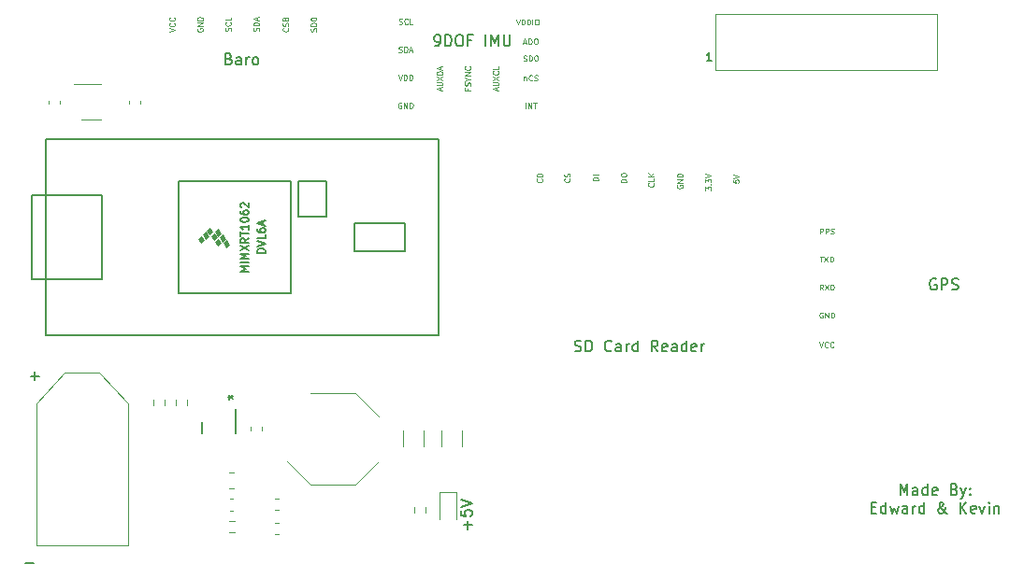
<source format=gbr>
%TF.GenerationSoftware,KiCad,Pcbnew,5.1.10-88a1d61d58~88~ubuntu18.04.1*%
%TF.CreationDate,2021-05-26T16:46:43+10:00*%
%TF.ProjectId,prototype_rocket_fc,70726f74-6f74-4797-9065-5f726f636b65,rev?*%
%TF.SameCoordinates,Original*%
%TF.FileFunction,Legend,Top*%
%TF.FilePolarity,Positive*%
%FSLAX46Y46*%
G04 Gerber Fmt 4.6, Leading zero omitted, Abs format (unit mm)*
G04 Created by KiCad (PCBNEW 5.1.10-88a1d61d58~88~ubuntu18.04.1) date 2021-05-26 16:46:43*
%MOMM*%
%LPD*%
G01*
G04 APERTURE LIST*
%ADD10C,0.150000*%
%ADD11C,0.100000*%
%ADD12C,0.120000*%
%ADD13C,0.152400*%
G04 APERTURE END LIST*
D10*
X98764285Y-44489285D02*
X98335714Y-44489285D01*
X98550000Y-44489285D02*
X98550000Y-43739285D01*
X98478571Y-43846428D01*
X98407142Y-43917857D01*
X98335714Y-43953571D01*
X115833333Y-83877380D02*
X115833333Y-82877380D01*
X116166666Y-83591666D01*
X116500000Y-82877380D01*
X116500000Y-83877380D01*
X117404761Y-83877380D02*
X117404761Y-83353571D01*
X117357142Y-83258333D01*
X117261904Y-83210714D01*
X117071428Y-83210714D01*
X116976190Y-83258333D01*
X117404761Y-83829761D02*
X117309523Y-83877380D01*
X117071428Y-83877380D01*
X116976190Y-83829761D01*
X116928571Y-83734523D01*
X116928571Y-83639285D01*
X116976190Y-83544047D01*
X117071428Y-83496428D01*
X117309523Y-83496428D01*
X117404761Y-83448809D01*
X118309523Y-83877380D02*
X118309523Y-82877380D01*
X118309523Y-83829761D02*
X118214285Y-83877380D01*
X118023809Y-83877380D01*
X117928571Y-83829761D01*
X117880952Y-83782142D01*
X117833333Y-83686904D01*
X117833333Y-83401190D01*
X117880952Y-83305952D01*
X117928571Y-83258333D01*
X118023809Y-83210714D01*
X118214285Y-83210714D01*
X118309523Y-83258333D01*
X119166666Y-83829761D02*
X119071428Y-83877380D01*
X118880952Y-83877380D01*
X118785714Y-83829761D01*
X118738095Y-83734523D01*
X118738095Y-83353571D01*
X118785714Y-83258333D01*
X118880952Y-83210714D01*
X119071428Y-83210714D01*
X119166666Y-83258333D01*
X119214285Y-83353571D01*
X119214285Y-83448809D01*
X118738095Y-83544047D01*
X120738095Y-83353571D02*
X120880952Y-83401190D01*
X120928571Y-83448809D01*
X120976190Y-83544047D01*
X120976190Y-83686904D01*
X120928571Y-83782142D01*
X120880952Y-83829761D01*
X120785714Y-83877380D01*
X120404761Y-83877380D01*
X120404761Y-82877380D01*
X120738095Y-82877380D01*
X120833333Y-82925000D01*
X120880952Y-82972619D01*
X120928571Y-83067857D01*
X120928571Y-83163095D01*
X120880952Y-83258333D01*
X120833333Y-83305952D01*
X120738095Y-83353571D01*
X120404761Y-83353571D01*
X121309523Y-83210714D02*
X121547619Y-83877380D01*
X121785714Y-83210714D02*
X121547619Y-83877380D01*
X121452380Y-84115476D01*
X121404761Y-84163095D01*
X121309523Y-84210714D01*
X122166666Y-83782142D02*
X122214285Y-83829761D01*
X122166666Y-83877380D01*
X122119047Y-83829761D01*
X122166666Y-83782142D01*
X122166666Y-83877380D01*
X122166666Y-83258333D02*
X122214285Y-83305952D01*
X122166666Y-83353571D01*
X122119047Y-83305952D01*
X122166666Y-83258333D01*
X122166666Y-83353571D01*
X113214285Y-85003571D02*
X113547619Y-85003571D01*
X113690476Y-85527380D02*
X113214285Y-85527380D01*
X113214285Y-84527380D01*
X113690476Y-84527380D01*
X114547619Y-85527380D02*
X114547619Y-84527380D01*
X114547619Y-85479761D02*
X114452380Y-85527380D01*
X114261904Y-85527380D01*
X114166666Y-85479761D01*
X114119047Y-85432142D01*
X114071428Y-85336904D01*
X114071428Y-85051190D01*
X114119047Y-84955952D01*
X114166666Y-84908333D01*
X114261904Y-84860714D01*
X114452380Y-84860714D01*
X114547619Y-84908333D01*
X114928571Y-84860714D02*
X115119047Y-85527380D01*
X115309523Y-85051190D01*
X115500000Y-85527380D01*
X115690476Y-84860714D01*
X116500000Y-85527380D02*
X116500000Y-85003571D01*
X116452380Y-84908333D01*
X116357142Y-84860714D01*
X116166666Y-84860714D01*
X116071428Y-84908333D01*
X116500000Y-85479761D02*
X116404761Y-85527380D01*
X116166666Y-85527380D01*
X116071428Y-85479761D01*
X116023809Y-85384523D01*
X116023809Y-85289285D01*
X116071428Y-85194047D01*
X116166666Y-85146428D01*
X116404761Y-85146428D01*
X116500000Y-85098809D01*
X116976190Y-85527380D02*
X116976190Y-84860714D01*
X116976190Y-85051190D02*
X117023809Y-84955952D01*
X117071428Y-84908333D01*
X117166666Y-84860714D01*
X117261904Y-84860714D01*
X118023809Y-85527380D02*
X118023809Y-84527380D01*
X118023809Y-85479761D02*
X117928571Y-85527380D01*
X117738095Y-85527380D01*
X117642857Y-85479761D01*
X117595238Y-85432142D01*
X117547619Y-85336904D01*
X117547619Y-85051190D01*
X117595238Y-84955952D01*
X117642857Y-84908333D01*
X117738095Y-84860714D01*
X117928571Y-84860714D01*
X118023809Y-84908333D01*
X120071428Y-85527380D02*
X120023809Y-85527380D01*
X119928571Y-85479761D01*
X119785714Y-85336904D01*
X119547619Y-85051190D01*
X119452380Y-84908333D01*
X119404761Y-84765476D01*
X119404761Y-84670238D01*
X119452380Y-84575000D01*
X119547619Y-84527380D01*
X119595238Y-84527380D01*
X119690476Y-84575000D01*
X119738095Y-84670238D01*
X119738095Y-84717857D01*
X119690476Y-84813095D01*
X119642857Y-84860714D01*
X119357142Y-85051190D01*
X119309523Y-85098809D01*
X119261904Y-85194047D01*
X119261904Y-85336904D01*
X119309523Y-85432142D01*
X119357142Y-85479761D01*
X119452380Y-85527380D01*
X119595238Y-85527380D01*
X119690476Y-85479761D01*
X119738095Y-85432142D01*
X119880952Y-85241666D01*
X119928571Y-85098809D01*
X119928571Y-85003571D01*
X121261904Y-85527380D02*
X121261904Y-84527380D01*
X121833333Y-85527380D02*
X121404761Y-84955952D01*
X121833333Y-84527380D02*
X121261904Y-85098809D01*
X122642857Y-85479761D02*
X122547619Y-85527380D01*
X122357142Y-85527380D01*
X122261904Y-85479761D01*
X122214285Y-85384523D01*
X122214285Y-85003571D01*
X122261904Y-84908333D01*
X122357142Y-84860714D01*
X122547619Y-84860714D01*
X122642857Y-84908333D01*
X122690476Y-85003571D01*
X122690476Y-85098809D01*
X122214285Y-85194047D01*
X123023809Y-84860714D02*
X123261904Y-85527380D01*
X123500000Y-84860714D01*
X123880952Y-85527380D02*
X123880952Y-84860714D01*
X123880952Y-84527380D02*
X123833333Y-84575000D01*
X123880952Y-84622619D01*
X123928571Y-84575000D01*
X123880952Y-84527380D01*
X123880952Y-84622619D01*
X124357142Y-84860714D02*
X124357142Y-85527380D01*
X124357142Y-84955952D02*
X124404761Y-84908333D01*
X124500000Y-84860714D01*
X124642857Y-84860714D01*
X124738095Y-84908333D01*
X124785714Y-85003571D01*
X124785714Y-85527380D01*
X55057142Y-44328571D02*
X55200000Y-44376190D01*
X55247619Y-44423809D01*
X55295238Y-44519047D01*
X55295238Y-44661904D01*
X55247619Y-44757142D01*
X55200000Y-44804761D01*
X55104761Y-44852380D01*
X54723809Y-44852380D01*
X54723809Y-43852380D01*
X55057142Y-43852380D01*
X55152380Y-43900000D01*
X55200000Y-43947619D01*
X55247619Y-44042857D01*
X55247619Y-44138095D01*
X55200000Y-44233333D01*
X55152380Y-44280952D01*
X55057142Y-44328571D01*
X54723809Y-44328571D01*
X56152380Y-44852380D02*
X56152380Y-44328571D01*
X56104761Y-44233333D01*
X56009523Y-44185714D01*
X55819047Y-44185714D01*
X55723809Y-44233333D01*
X56152380Y-44804761D02*
X56057142Y-44852380D01*
X55819047Y-44852380D01*
X55723809Y-44804761D01*
X55676190Y-44709523D01*
X55676190Y-44614285D01*
X55723809Y-44519047D01*
X55819047Y-44471428D01*
X56057142Y-44471428D01*
X56152380Y-44423809D01*
X56628571Y-44852380D02*
X56628571Y-44185714D01*
X56628571Y-44376190D02*
X56676190Y-44280952D01*
X56723809Y-44233333D01*
X56819047Y-44185714D01*
X56914285Y-44185714D01*
X57390476Y-44852380D02*
X57295238Y-44804761D01*
X57247619Y-44757142D01*
X57200000Y-44661904D01*
X57200000Y-44376190D01*
X57247619Y-44280952D01*
X57295238Y-44233333D01*
X57390476Y-44185714D01*
X57533333Y-44185714D01*
X57628571Y-44233333D01*
X57676190Y-44280952D01*
X57723809Y-44376190D01*
X57723809Y-44661904D01*
X57676190Y-44757142D01*
X57628571Y-44804761D01*
X57533333Y-44852380D01*
X57390476Y-44852380D01*
X73742857Y-43152380D02*
X73933333Y-43152380D01*
X74028571Y-43104761D01*
X74076190Y-43057142D01*
X74171428Y-42914285D01*
X74219047Y-42723809D01*
X74219047Y-42342857D01*
X74171428Y-42247619D01*
X74123809Y-42200000D01*
X74028571Y-42152380D01*
X73838095Y-42152380D01*
X73742857Y-42200000D01*
X73695238Y-42247619D01*
X73647619Y-42342857D01*
X73647619Y-42580952D01*
X73695238Y-42676190D01*
X73742857Y-42723809D01*
X73838095Y-42771428D01*
X74028571Y-42771428D01*
X74123809Y-42723809D01*
X74171428Y-42676190D01*
X74219047Y-42580952D01*
X74647619Y-43152380D02*
X74647619Y-42152380D01*
X74885714Y-42152380D01*
X75028571Y-42200000D01*
X75123809Y-42295238D01*
X75171428Y-42390476D01*
X75219047Y-42580952D01*
X75219047Y-42723809D01*
X75171428Y-42914285D01*
X75123809Y-43009523D01*
X75028571Y-43104761D01*
X74885714Y-43152380D01*
X74647619Y-43152380D01*
X75838095Y-42152380D02*
X76028571Y-42152380D01*
X76123809Y-42200000D01*
X76219047Y-42295238D01*
X76266666Y-42485714D01*
X76266666Y-42819047D01*
X76219047Y-43009523D01*
X76123809Y-43104761D01*
X76028571Y-43152380D01*
X75838095Y-43152380D01*
X75742857Y-43104761D01*
X75647619Y-43009523D01*
X75600000Y-42819047D01*
X75600000Y-42485714D01*
X75647619Y-42295238D01*
X75742857Y-42200000D01*
X75838095Y-42152380D01*
X77028571Y-42628571D02*
X76695238Y-42628571D01*
X76695238Y-43152380D02*
X76695238Y-42152380D01*
X77171428Y-42152380D01*
X78314285Y-43152380D02*
X78314285Y-42152380D01*
X78790476Y-43152380D02*
X78790476Y-42152380D01*
X79123809Y-42866666D01*
X79457142Y-42152380D01*
X79457142Y-43152380D01*
X79933333Y-42152380D02*
X79933333Y-42961904D01*
X79980952Y-43057142D01*
X80028571Y-43104761D01*
X80123809Y-43152380D01*
X80314285Y-43152380D01*
X80409523Y-43104761D01*
X80457142Y-43057142D01*
X80504761Y-42961904D01*
X80504761Y-42152380D01*
X119085714Y-64300000D02*
X118990476Y-64252380D01*
X118847619Y-64252380D01*
X118704761Y-64300000D01*
X118609523Y-64395238D01*
X118561904Y-64490476D01*
X118514285Y-64680952D01*
X118514285Y-64823809D01*
X118561904Y-65014285D01*
X118609523Y-65109523D01*
X118704761Y-65204761D01*
X118847619Y-65252380D01*
X118942857Y-65252380D01*
X119085714Y-65204761D01*
X119133333Y-65157142D01*
X119133333Y-64823809D01*
X118942857Y-64823809D01*
X119561904Y-65252380D02*
X119561904Y-64252380D01*
X119942857Y-64252380D01*
X120038095Y-64300000D01*
X120085714Y-64347619D01*
X120133333Y-64442857D01*
X120133333Y-64585714D01*
X120085714Y-64680952D01*
X120038095Y-64728571D01*
X119942857Y-64776190D01*
X119561904Y-64776190D01*
X120514285Y-65204761D02*
X120657142Y-65252380D01*
X120895238Y-65252380D01*
X120990476Y-65204761D01*
X121038095Y-65157142D01*
X121085714Y-65061904D01*
X121085714Y-64966666D01*
X121038095Y-64871428D01*
X120990476Y-64823809D01*
X120895238Y-64776190D01*
X120704761Y-64728571D01*
X120609523Y-64680952D01*
X120561904Y-64633333D01*
X120514285Y-64538095D01*
X120514285Y-64442857D01*
X120561904Y-64347619D01*
X120609523Y-64300000D01*
X120704761Y-64252380D01*
X120942857Y-64252380D01*
X121085714Y-64300000D01*
X86366666Y-70804761D02*
X86509523Y-70852380D01*
X86747619Y-70852380D01*
X86842857Y-70804761D01*
X86890476Y-70757142D01*
X86938095Y-70661904D01*
X86938095Y-70566666D01*
X86890476Y-70471428D01*
X86842857Y-70423809D01*
X86747619Y-70376190D01*
X86557142Y-70328571D01*
X86461904Y-70280952D01*
X86414285Y-70233333D01*
X86366666Y-70138095D01*
X86366666Y-70042857D01*
X86414285Y-69947619D01*
X86461904Y-69900000D01*
X86557142Y-69852380D01*
X86795238Y-69852380D01*
X86938095Y-69900000D01*
X87366666Y-70852380D02*
X87366666Y-69852380D01*
X87604761Y-69852380D01*
X87747619Y-69900000D01*
X87842857Y-69995238D01*
X87890476Y-70090476D01*
X87938095Y-70280952D01*
X87938095Y-70423809D01*
X87890476Y-70614285D01*
X87842857Y-70709523D01*
X87747619Y-70804761D01*
X87604761Y-70852380D01*
X87366666Y-70852380D01*
X89700000Y-70757142D02*
X89652380Y-70804761D01*
X89509523Y-70852380D01*
X89414285Y-70852380D01*
X89271428Y-70804761D01*
X89176190Y-70709523D01*
X89128571Y-70614285D01*
X89080952Y-70423809D01*
X89080952Y-70280952D01*
X89128571Y-70090476D01*
X89176190Y-69995238D01*
X89271428Y-69900000D01*
X89414285Y-69852380D01*
X89509523Y-69852380D01*
X89652380Y-69900000D01*
X89700000Y-69947619D01*
X90557142Y-70852380D02*
X90557142Y-70328571D01*
X90509523Y-70233333D01*
X90414285Y-70185714D01*
X90223809Y-70185714D01*
X90128571Y-70233333D01*
X90557142Y-70804761D02*
X90461904Y-70852380D01*
X90223809Y-70852380D01*
X90128571Y-70804761D01*
X90080952Y-70709523D01*
X90080952Y-70614285D01*
X90128571Y-70519047D01*
X90223809Y-70471428D01*
X90461904Y-70471428D01*
X90557142Y-70423809D01*
X91033333Y-70852380D02*
X91033333Y-70185714D01*
X91033333Y-70376190D02*
X91080952Y-70280952D01*
X91128571Y-70233333D01*
X91223809Y-70185714D01*
X91319047Y-70185714D01*
X92080952Y-70852380D02*
X92080952Y-69852380D01*
X92080952Y-70804761D02*
X91985714Y-70852380D01*
X91795238Y-70852380D01*
X91700000Y-70804761D01*
X91652380Y-70757142D01*
X91604761Y-70661904D01*
X91604761Y-70376190D01*
X91652380Y-70280952D01*
X91700000Y-70233333D01*
X91795238Y-70185714D01*
X91985714Y-70185714D01*
X92080952Y-70233333D01*
X93890476Y-70852380D02*
X93557142Y-70376190D01*
X93319047Y-70852380D02*
X93319047Y-69852380D01*
X93700000Y-69852380D01*
X93795238Y-69900000D01*
X93842857Y-69947619D01*
X93890476Y-70042857D01*
X93890476Y-70185714D01*
X93842857Y-70280952D01*
X93795238Y-70328571D01*
X93700000Y-70376190D01*
X93319047Y-70376190D01*
X94700000Y-70804761D02*
X94604761Y-70852380D01*
X94414285Y-70852380D01*
X94319047Y-70804761D01*
X94271428Y-70709523D01*
X94271428Y-70328571D01*
X94319047Y-70233333D01*
X94414285Y-70185714D01*
X94604761Y-70185714D01*
X94700000Y-70233333D01*
X94747619Y-70328571D01*
X94747619Y-70423809D01*
X94271428Y-70519047D01*
X95604761Y-70852380D02*
X95604761Y-70328571D01*
X95557142Y-70233333D01*
X95461904Y-70185714D01*
X95271428Y-70185714D01*
X95176190Y-70233333D01*
X95604761Y-70804761D02*
X95509523Y-70852380D01*
X95271428Y-70852380D01*
X95176190Y-70804761D01*
X95128571Y-70709523D01*
X95128571Y-70614285D01*
X95176190Y-70519047D01*
X95271428Y-70471428D01*
X95509523Y-70471428D01*
X95604761Y-70423809D01*
X96509523Y-70852380D02*
X96509523Y-69852380D01*
X96509523Y-70804761D02*
X96414285Y-70852380D01*
X96223809Y-70852380D01*
X96128571Y-70804761D01*
X96080952Y-70757142D01*
X96033333Y-70661904D01*
X96033333Y-70376190D01*
X96080952Y-70280952D01*
X96128571Y-70233333D01*
X96223809Y-70185714D01*
X96414285Y-70185714D01*
X96509523Y-70233333D01*
X97366666Y-70804761D02*
X97271428Y-70852380D01*
X97080952Y-70852380D01*
X96985714Y-70804761D01*
X96938095Y-70709523D01*
X96938095Y-70328571D01*
X96985714Y-70233333D01*
X97080952Y-70185714D01*
X97271428Y-70185714D01*
X97366666Y-70233333D01*
X97414285Y-70328571D01*
X97414285Y-70423809D01*
X96938095Y-70519047D01*
X97842857Y-70852380D02*
X97842857Y-70185714D01*
X97842857Y-70376190D02*
X97890476Y-70280952D01*
X97938095Y-70233333D01*
X98033333Y-70185714D01*
X98128571Y-70185714D01*
X76671428Y-86985714D02*
X76671428Y-86223809D01*
X77052380Y-86604761D02*
X76290476Y-86604761D01*
X76052380Y-85271428D02*
X76052380Y-85747619D01*
X76528571Y-85795238D01*
X76480952Y-85747619D01*
X76433333Y-85652380D01*
X76433333Y-85414285D01*
X76480952Y-85319047D01*
X76528571Y-85271428D01*
X76623809Y-85223809D01*
X76861904Y-85223809D01*
X76957142Y-85271428D01*
X77004761Y-85319047D01*
X77052380Y-85414285D01*
X77052380Y-85652380D01*
X77004761Y-85747619D01*
X76957142Y-85795238D01*
X76052380Y-84938095D02*
X77052380Y-84604761D01*
X76052380Y-84271428D01*
X36619047Y-90071428D02*
X37380952Y-90071428D01*
X37119047Y-73071428D02*
X37880952Y-73071428D01*
X37500000Y-73452380D02*
X37500000Y-72690476D01*
D11*
%TO.C,U2*%
G36*
X52313000Y-60627000D02*
G01*
X52567000Y-60373000D01*
X52821000Y-60754000D01*
X52567000Y-61008000D01*
X52313000Y-60627000D01*
G37*
X52313000Y-60627000D02*
X52567000Y-60373000D01*
X52821000Y-60754000D01*
X52567000Y-61008000D01*
X52313000Y-60627000D01*
G36*
X52694000Y-60246000D02*
G01*
X52948000Y-59992000D01*
X53202000Y-60373000D01*
X52948000Y-60627000D01*
X52694000Y-60246000D01*
G37*
X52694000Y-60246000D02*
X52948000Y-59992000D01*
X53202000Y-60373000D01*
X52948000Y-60627000D01*
X52694000Y-60246000D01*
G36*
X54599000Y-61008000D02*
G01*
X54853000Y-60754000D01*
X55107000Y-61135000D01*
X54853000Y-61389000D01*
X54599000Y-61008000D01*
G37*
X54599000Y-61008000D02*
X54853000Y-60754000D01*
X55107000Y-61135000D01*
X54853000Y-61389000D01*
X54599000Y-61008000D01*
G36*
X54218000Y-60500000D02*
G01*
X54472000Y-60246000D01*
X54726000Y-60627000D01*
X54472000Y-60881000D01*
X54218000Y-60500000D01*
G37*
X54218000Y-60500000D02*
X54472000Y-60246000D01*
X54726000Y-60627000D01*
X54472000Y-60881000D01*
X54218000Y-60500000D01*
G36*
X53837000Y-59992000D02*
G01*
X54091000Y-59738000D01*
X54345000Y-60119000D01*
X54091000Y-60373000D01*
X53837000Y-59992000D01*
G37*
X53837000Y-59992000D02*
X54091000Y-59738000D01*
X54345000Y-60119000D01*
X54091000Y-60373000D01*
X53837000Y-59992000D01*
G36*
X53837000Y-60881000D02*
G01*
X54091000Y-60627000D01*
X54345000Y-61008000D01*
X54091000Y-61262000D01*
X53837000Y-60881000D01*
G37*
X53837000Y-60881000D02*
X54091000Y-60627000D01*
X54345000Y-61008000D01*
X54091000Y-61262000D01*
X53837000Y-60881000D01*
G36*
X53456000Y-60373000D02*
G01*
X53710000Y-60119000D01*
X53964000Y-60500000D01*
X53710000Y-60754000D01*
X53456000Y-60373000D01*
G37*
X53456000Y-60373000D02*
X53710000Y-60119000D01*
X53964000Y-60500000D01*
X53710000Y-60754000D01*
X53456000Y-60373000D01*
G36*
X53075000Y-59865000D02*
G01*
X53329000Y-59611000D01*
X53583000Y-59992000D01*
X53329000Y-60246000D01*
X53075000Y-59865000D01*
G37*
X53075000Y-59865000D02*
X53329000Y-59611000D01*
X53583000Y-59992000D01*
X53329000Y-60246000D01*
X53075000Y-59865000D01*
D10*
X61330000Y-58595000D02*
X61330000Y-55420000D01*
X63870000Y-58595000D02*
X61330000Y-58595000D01*
X63870000Y-55420000D02*
X63870000Y-58595000D01*
X61330000Y-55420000D02*
X63870000Y-55420000D01*
X38470000Y-69390000D02*
X38470000Y-51610000D01*
X74030000Y-69390000D02*
X38470000Y-69390000D01*
X74030000Y-51610000D02*
X74030000Y-69390000D01*
X38470000Y-51610000D02*
X74030000Y-51610000D01*
X60695000Y-65580000D02*
X50535000Y-65580000D01*
X60695000Y-55420000D02*
X50535000Y-55420000D01*
X50535000Y-55420000D02*
X50535000Y-65580000D01*
X60695000Y-65580000D02*
X60695000Y-55420000D01*
X66410000Y-59230000D02*
X70982000Y-59230000D01*
X66410000Y-61770000D02*
X66410000Y-59230000D01*
X70982000Y-61770000D02*
X66410000Y-61770000D01*
X70982000Y-59230000D02*
X70982000Y-61770000D01*
X43550000Y-64310000D02*
X38470000Y-64310000D01*
X43550000Y-56690000D02*
X38470000Y-56690000D01*
X43550000Y-64310000D02*
X43550000Y-56690000D01*
X37200000Y-56690000D02*
X38470000Y-56690000D01*
X37200000Y-64310000D02*
X37200000Y-56690000D01*
X38470000Y-64310000D02*
X37200000Y-64310000D01*
D12*
%TO.C,U9*%
X99070000Y-40240000D02*
X119170000Y-40240000D01*
X99070000Y-40240000D02*
X99070000Y-45340000D01*
X99070000Y-45340000D02*
X119170000Y-45340000D01*
X119170000Y-45340000D02*
X119170000Y-40240000D01*
%TO.C,R5*%
X72872500Y-85000276D02*
X72872500Y-85509724D01*
X71827500Y-85000276D02*
X71827500Y-85509724D01*
%TO.C,D1*%
X75635000Y-86100000D02*
X75635000Y-83640000D01*
X75635000Y-83640000D02*
X74165000Y-83640000D01*
X74165000Y-83640000D02*
X74165000Y-86100000D01*
%TO.C,C1*%
X59253733Y-86390000D02*
X59546267Y-86390000D01*
X59253733Y-87410000D02*
X59546267Y-87410000D01*
%TO.C,C2*%
X59253733Y-85210000D02*
X59546267Y-85210000D01*
X59253733Y-84190000D02*
X59546267Y-84190000D01*
%TO.C,C3*%
X55446267Y-84240000D02*
X55153733Y-84240000D01*
X55446267Y-85260000D02*
X55153733Y-85260000D01*
%TO.C,C4*%
X56990000Y-78008767D02*
X56990000Y-77716233D01*
X58010000Y-78008767D02*
X58010000Y-77716233D01*
%TO.C,C5*%
X76160000Y-79461252D02*
X76160000Y-78038748D01*
X74340000Y-79461252D02*
X74340000Y-78038748D01*
%TO.C,C6*%
X70840000Y-79461252D02*
X70840000Y-78038748D01*
X72660000Y-79461252D02*
X72660000Y-78038748D01*
%TO.C,C7*%
X38740000Y-48103733D02*
X38740000Y-48396267D01*
X39760000Y-48103733D02*
X39760000Y-48396267D01*
%TO.C,C8*%
X47010000Y-48103733D02*
X47010000Y-48396267D01*
X45990000Y-48103733D02*
X45990000Y-48396267D01*
%TO.C,L1*%
X62450000Y-74650000D02*
X66550000Y-74650000D01*
X62450000Y-82950000D02*
X60350000Y-80850000D01*
X66550000Y-82950000D02*
X62450000Y-82950000D01*
X66550000Y-82950000D02*
X68650000Y-80850000D01*
X66550000Y-74650000D02*
X68650000Y-76750000D01*
%TO.C,R1*%
X55527064Y-81815000D02*
X55072936Y-81815000D01*
X55527064Y-83285000D02*
X55072936Y-83285000D01*
%TO.C,R2*%
X55554724Y-86227500D02*
X55045276Y-86227500D01*
X55554724Y-87272500D02*
X55045276Y-87272500D01*
%TO.C,R3*%
X48227500Y-75245276D02*
X48227500Y-75754724D01*
X49272500Y-75245276D02*
X49272500Y-75754724D01*
%TO.C,R4*%
X50227500Y-75754724D02*
X50227500Y-75245276D01*
X51272500Y-75754724D02*
X51272500Y-75245276D01*
D13*
%TO.C,U6*%
X52600001Y-77275000D02*
X52600001Y-78249999D01*
X55699999Y-76075000D02*
X55699999Y-78249999D01*
D12*
%TO.C,U7*%
X43500000Y-46640000D02*
X41050000Y-46640000D01*
X41700000Y-49860000D02*
X43500000Y-49860000D01*
%TO.C,J1*%
X45900000Y-88450000D02*
X45900000Y-75600000D01*
X43350000Y-72750000D02*
X40200000Y-72750000D01*
X37600000Y-75600000D02*
X37600000Y-88450000D01*
X37600000Y-88450000D02*
X45900000Y-88450000D01*
X45900000Y-75600000D02*
X43350000Y-72750000D01*
X40200000Y-72750000D02*
X37600000Y-75600000D01*
%TO.C,U2*%
D10*
X56820666Y-63583333D02*
X56120666Y-63583333D01*
X56620666Y-63350000D01*
X56120666Y-63116666D01*
X56820666Y-63116666D01*
X56820666Y-62783333D02*
X56120666Y-62783333D01*
X56820666Y-62450000D02*
X56120666Y-62450000D01*
X56620666Y-62216666D01*
X56120666Y-61983333D01*
X56820666Y-61983333D01*
X56120666Y-61716666D02*
X56820666Y-61250000D01*
X56120666Y-61250000D02*
X56820666Y-61716666D01*
X56820666Y-60583333D02*
X56487333Y-60816666D01*
X56820666Y-60983333D02*
X56120666Y-60983333D01*
X56120666Y-60716666D01*
X56154000Y-60650000D01*
X56187333Y-60616666D01*
X56254000Y-60583333D01*
X56354000Y-60583333D01*
X56420666Y-60616666D01*
X56454000Y-60650000D01*
X56487333Y-60716666D01*
X56487333Y-60983333D01*
X56120666Y-60383333D02*
X56120666Y-59983333D01*
X56820666Y-60183333D02*
X56120666Y-60183333D01*
X56820666Y-59383333D02*
X56820666Y-59783333D01*
X56820666Y-59583333D02*
X56120666Y-59583333D01*
X56220666Y-59650000D01*
X56287333Y-59716666D01*
X56320666Y-59783333D01*
X56120666Y-58950000D02*
X56120666Y-58883333D01*
X56154000Y-58816666D01*
X56187333Y-58783333D01*
X56254000Y-58750000D01*
X56387333Y-58716666D01*
X56554000Y-58716666D01*
X56687333Y-58750000D01*
X56754000Y-58783333D01*
X56787333Y-58816666D01*
X56820666Y-58883333D01*
X56820666Y-58950000D01*
X56787333Y-59016666D01*
X56754000Y-59050000D01*
X56687333Y-59083333D01*
X56554000Y-59116666D01*
X56387333Y-59116666D01*
X56254000Y-59083333D01*
X56187333Y-59050000D01*
X56154000Y-59016666D01*
X56120666Y-58950000D01*
X56120666Y-58116666D02*
X56120666Y-58250000D01*
X56154000Y-58316666D01*
X56187333Y-58350000D01*
X56287333Y-58416666D01*
X56420666Y-58450000D01*
X56687333Y-58450000D01*
X56754000Y-58416666D01*
X56787333Y-58383333D01*
X56820666Y-58316666D01*
X56820666Y-58183333D01*
X56787333Y-58116666D01*
X56754000Y-58083333D01*
X56687333Y-58050000D01*
X56520666Y-58050000D01*
X56454000Y-58083333D01*
X56420666Y-58116666D01*
X56387333Y-58183333D01*
X56387333Y-58316666D01*
X56420666Y-58383333D01*
X56454000Y-58416666D01*
X56520666Y-58450000D01*
X56187333Y-57783333D02*
X56154000Y-57750000D01*
X56120666Y-57683333D01*
X56120666Y-57516666D01*
X56154000Y-57450000D01*
X56187333Y-57416666D01*
X56254000Y-57383333D01*
X56320666Y-57383333D01*
X56420666Y-57416666D01*
X56820666Y-57816666D01*
X56820666Y-57383333D01*
X58344666Y-61900000D02*
X57644666Y-61900000D01*
X57644666Y-61733333D01*
X57678000Y-61633333D01*
X57744666Y-61566666D01*
X57811333Y-61533333D01*
X57944666Y-61500000D01*
X58044666Y-61500000D01*
X58178000Y-61533333D01*
X58244666Y-61566666D01*
X58311333Y-61633333D01*
X58344666Y-61733333D01*
X58344666Y-61900000D01*
X57644666Y-61300000D02*
X58344666Y-61066666D01*
X57644666Y-60833333D01*
X58344666Y-60266666D02*
X58344666Y-60600000D01*
X57644666Y-60600000D01*
X57644666Y-59733333D02*
X57644666Y-59866666D01*
X57678000Y-59933333D01*
X57711333Y-59966666D01*
X57811333Y-60033333D01*
X57944666Y-60066666D01*
X58211333Y-60066666D01*
X58278000Y-60033333D01*
X58311333Y-60000000D01*
X58344666Y-59933333D01*
X58344666Y-59800000D01*
X58311333Y-59733333D01*
X58278000Y-59700000D01*
X58211333Y-59666666D01*
X58044666Y-59666666D01*
X57978000Y-59700000D01*
X57944666Y-59733333D01*
X57911333Y-59800000D01*
X57911333Y-59933333D01*
X57944666Y-60000000D01*
X57978000Y-60033333D01*
X58044666Y-60066666D01*
X58144666Y-59400000D02*
X58144666Y-59066666D01*
X58344666Y-59466666D02*
X57644666Y-59233333D01*
X58344666Y-59000000D01*
%TO.C,U1*%
D11*
X98196190Y-56238095D02*
X98196190Y-55928571D01*
X98386666Y-56095238D01*
X98386666Y-56023809D01*
X98410476Y-55976190D01*
X98434285Y-55952380D01*
X98481904Y-55928571D01*
X98600952Y-55928571D01*
X98648571Y-55952380D01*
X98672380Y-55976190D01*
X98696190Y-56023809D01*
X98696190Y-56166666D01*
X98672380Y-56214285D01*
X98648571Y-56238095D01*
X98648571Y-55714285D02*
X98672380Y-55690476D01*
X98696190Y-55714285D01*
X98672380Y-55738095D01*
X98648571Y-55714285D01*
X98696190Y-55714285D01*
X98196190Y-55523809D02*
X98196190Y-55214285D01*
X98386666Y-55380952D01*
X98386666Y-55309523D01*
X98410476Y-55261904D01*
X98434285Y-55238095D01*
X98481904Y-55214285D01*
X98600952Y-55214285D01*
X98648571Y-55238095D01*
X98672380Y-55261904D01*
X98696190Y-55309523D01*
X98696190Y-55452380D01*
X98672380Y-55500000D01*
X98648571Y-55523809D01*
X98196190Y-55071428D02*
X98696190Y-54904761D01*
X98196190Y-54738095D01*
X95650000Y-55780952D02*
X95626190Y-55828571D01*
X95626190Y-55900000D01*
X95650000Y-55971428D01*
X95697619Y-56019047D01*
X95745238Y-56042857D01*
X95840476Y-56066666D01*
X95911904Y-56066666D01*
X96007142Y-56042857D01*
X96054761Y-56019047D01*
X96102380Y-55971428D01*
X96126190Y-55900000D01*
X96126190Y-55852380D01*
X96102380Y-55780952D01*
X96078571Y-55757142D01*
X95911904Y-55757142D01*
X95911904Y-55852380D01*
X96126190Y-55542857D02*
X95626190Y-55542857D01*
X96126190Y-55257142D01*
X95626190Y-55257142D01*
X96126190Y-55019047D02*
X95626190Y-55019047D01*
X95626190Y-54900000D01*
X95650000Y-54828571D01*
X95697619Y-54780952D01*
X95745238Y-54757142D01*
X95840476Y-54733333D01*
X95911904Y-54733333D01*
X96007142Y-54757142D01*
X96054761Y-54780952D01*
X96102380Y-54828571D01*
X96126190Y-54900000D01*
X96126190Y-55019047D01*
X93478571Y-55597619D02*
X93502380Y-55621428D01*
X93526190Y-55692857D01*
X93526190Y-55740476D01*
X93502380Y-55811904D01*
X93454761Y-55859523D01*
X93407142Y-55883333D01*
X93311904Y-55907142D01*
X93240476Y-55907142D01*
X93145238Y-55883333D01*
X93097619Y-55859523D01*
X93050000Y-55811904D01*
X93026190Y-55740476D01*
X93026190Y-55692857D01*
X93050000Y-55621428D01*
X93073809Y-55597619D01*
X93526190Y-55145238D02*
X93526190Y-55383333D01*
X93026190Y-55383333D01*
X93526190Y-54978571D02*
X93026190Y-54978571D01*
X93526190Y-54692857D02*
X93240476Y-54907142D01*
X93026190Y-54692857D02*
X93311904Y-54978571D01*
X100726190Y-55295238D02*
X100726190Y-55533333D01*
X100964285Y-55557142D01*
X100940476Y-55533333D01*
X100916666Y-55485714D01*
X100916666Y-55366666D01*
X100940476Y-55319047D01*
X100964285Y-55295238D01*
X101011904Y-55271428D01*
X101130952Y-55271428D01*
X101178571Y-55295238D01*
X101202380Y-55319047D01*
X101226190Y-55366666D01*
X101226190Y-55485714D01*
X101202380Y-55533333D01*
X101178571Y-55557142D01*
X100726190Y-55128571D02*
X101226190Y-54961904D01*
X100726190Y-54795238D01*
X88496190Y-55350000D02*
X87996190Y-55350000D01*
X87996190Y-55230952D01*
X88020000Y-55159523D01*
X88067619Y-55111904D01*
X88115238Y-55088095D01*
X88210476Y-55064285D01*
X88281904Y-55064285D01*
X88377142Y-55088095D01*
X88424761Y-55111904D01*
X88472380Y-55159523D01*
X88496190Y-55230952D01*
X88496190Y-55350000D01*
X88496190Y-54850000D02*
X87996190Y-54850000D01*
X85878571Y-55183333D02*
X85902380Y-55207142D01*
X85926190Y-55278571D01*
X85926190Y-55326190D01*
X85902380Y-55397619D01*
X85854761Y-55445238D01*
X85807142Y-55469047D01*
X85711904Y-55492857D01*
X85640476Y-55492857D01*
X85545238Y-55469047D01*
X85497619Y-55445238D01*
X85450000Y-55397619D01*
X85426190Y-55326190D01*
X85426190Y-55278571D01*
X85450000Y-55207142D01*
X85473809Y-55183333D01*
X85902380Y-54992857D02*
X85926190Y-54921428D01*
X85926190Y-54802380D01*
X85902380Y-54754761D01*
X85878571Y-54730952D01*
X85830952Y-54707142D01*
X85783333Y-54707142D01*
X85735714Y-54730952D01*
X85711904Y-54754761D01*
X85688095Y-54802380D01*
X85664285Y-54897619D01*
X85640476Y-54945238D01*
X85616666Y-54969047D01*
X85569047Y-54992857D01*
X85521428Y-54992857D01*
X85473809Y-54969047D01*
X85450000Y-54945238D01*
X85426190Y-54897619D01*
X85426190Y-54778571D01*
X85450000Y-54707142D01*
X83378571Y-55195238D02*
X83402380Y-55219047D01*
X83426190Y-55290476D01*
X83426190Y-55338095D01*
X83402380Y-55409523D01*
X83354761Y-55457142D01*
X83307142Y-55480952D01*
X83211904Y-55504761D01*
X83140476Y-55504761D01*
X83045238Y-55480952D01*
X82997619Y-55457142D01*
X82950000Y-55409523D01*
X82926190Y-55338095D01*
X82926190Y-55290476D01*
X82950000Y-55219047D01*
X82973809Y-55195238D01*
X83426190Y-54980952D02*
X82926190Y-54980952D01*
X82926190Y-54861904D01*
X82950000Y-54790476D01*
X82997619Y-54742857D01*
X83045238Y-54719047D01*
X83140476Y-54695238D01*
X83211904Y-54695238D01*
X83307142Y-54719047D01*
X83354761Y-54742857D01*
X83402380Y-54790476D01*
X83426190Y-54861904D01*
X83426190Y-54980952D01*
X91036190Y-55492857D02*
X90536190Y-55492857D01*
X90536190Y-55373809D01*
X90560000Y-55302380D01*
X90607619Y-55254761D01*
X90655238Y-55230952D01*
X90750476Y-55207142D01*
X90821904Y-55207142D01*
X90917142Y-55230952D01*
X90964761Y-55254761D01*
X91012380Y-55302380D01*
X91036190Y-55373809D01*
X91036190Y-55492857D01*
X90536190Y-54897619D02*
X90536190Y-54802380D01*
X90560000Y-54754761D01*
X90607619Y-54707142D01*
X90702857Y-54683333D01*
X90869523Y-54683333D01*
X90964761Y-54707142D01*
X91012380Y-54754761D01*
X91036190Y-54802380D01*
X91036190Y-54897619D01*
X91012380Y-54945238D01*
X90964761Y-54992857D01*
X90869523Y-55016666D01*
X90702857Y-55016666D01*
X90607619Y-54992857D01*
X90560000Y-54945238D01*
X90536190Y-54897619D01*
%TO.C,U3*%
X49656190Y-41866666D02*
X50156190Y-41700000D01*
X49656190Y-41533333D01*
X50108571Y-41080952D02*
X50132380Y-41104761D01*
X50156190Y-41176190D01*
X50156190Y-41223809D01*
X50132380Y-41295238D01*
X50084761Y-41342857D01*
X50037142Y-41366666D01*
X49941904Y-41390476D01*
X49870476Y-41390476D01*
X49775238Y-41366666D01*
X49727619Y-41342857D01*
X49680000Y-41295238D01*
X49656190Y-41223809D01*
X49656190Y-41176190D01*
X49680000Y-41104761D01*
X49703809Y-41080952D01*
X50108571Y-40580952D02*
X50132380Y-40604761D01*
X50156190Y-40676190D01*
X50156190Y-40723809D01*
X50132380Y-40795238D01*
X50084761Y-40842857D01*
X50037142Y-40866666D01*
X49941904Y-40890476D01*
X49870476Y-40890476D01*
X49775238Y-40866666D01*
X49727619Y-40842857D01*
X49680000Y-40795238D01*
X49656190Y-40723809D01*
X49656190Y-40676190D01*
X49680000Y-40604761D01*
X49703809Y-40580952D01*
X57752380Y-41807142D02*
X57776190Y-41735714D01*
X57776190Y-41616666D01*
X57752380Y-41569047D01*
X57728571Y-41545238D01*
X57680952Y-41521428D01*
X57633333Y-41521428D01*
X57585714Y-41545238D01*
X57561904Y-41569047D01*
X57538095Y-41616666D01*
X57514285Y-41711904D01*
X57490476Y-41759523D01*
X57466666Y-41783333D01*
X57419047Y-41807142D01*
X57371428Y-41807142D01*
X57323809Y-41783333D01*
X57300000Y-41759523D01*
X57276190Y-41711904D01*
X57276190Y-41592857D01*
X57300000Y-41521428D01*
X57776190Y-41307142D02*
X57276190Y-41307142D01*
X57276190Y-41188095D01*
X57300000Y-41116666D01*
X57347619Y-41069047D01*
X57395238Y-41045238D01*
X57490476Y-41021428D01*
X57561904Y-41021428D01*
X57657142Y-41045238D01*
X57704761Y-41069047D01*
X57752380Y-41116666D01*
X57776190Y-41188095D01*
X57776190Y-41307142D01*
X57633333Y-40830952D02*
X57633333Y-40592857D01*
X57776190Y-40878571D02*
X57276190Y-40711904D01*
X57776190Y-40545238D01*
X52220000Y-41580952D02*
X52196190Y-41628571D01*
X52196190Y-41700000D01*
X52220000Y-41771428D01*
X52267619Y-41819047D01*
X52315238Y-41842857D01*
X52410476Y-41866666D01*
X52481904Y-41866666D01*
X52577142Y-41842857D01*
X52624761Y-41819047D01*
X52672380Y-41771428D01*
X52696190Y-41700000D01*
X52696190Y-41652380D01*
X52672380Y-41580952D01*
X52648571Y-41557142D01*
X52481904Y-41557142D01*
X52481904Y-41652380D01*
X52696190Y-41342857D02*
X52196190Y-41342857D01*
X52696190Y-41057142D01*
X52196190Y-41057142D01*
X52696190Y-40819047D02*
X52196190Y-40819047D01*
X52196190Y-40700000D01*
X52220000Y-40628571D01*
X52267619Y-40580952D01*
X52315238Y-40557142D01*
X52410476Y-40533333D01*
X52481904Y-40533333D01*
X52577142Y-40557142D01*
X52624761Y-40580952D01*
X52672380Y-40628571D01*
X52696190Y-40700000D01*
X52696190Y-40819047D01*
X55212380Y-41795238D02*
X55236190Y-41723809D01*
X55236190Y-41604761D01*
X55212380Y-41557142D01*
X55188571Y-41533333D01*
X55140952Y-41509523D01*
X55093333Y-41509523D01*
X55045714Y-41533333D01*
X55021904Y-41557142D01*
X54998095Y-41604761D01*
X54974285Y-41700000D01*
X54950476Y-41747619D01*
X54926666Y-41771428D01*
X54879047Y-41795238D01*
X54831428Y-41795238D01*
X54783809Y-41771428D01*
X54760000Y-41747619D01*
X54736190Y-41700000D01*
X54736190Y-41580952D01*
X54760000Y-41509523D01*
X55188571Y-41009523D02*
X55212380Y-41033333D01*
X55236190Y-41104761D01*
X55236190Y-41152380D01*
X55212380Y-41223809D01*
X55164761Y-41271428D01*
X55117142Y-41295238D01*
X55021904Y-41319047D01*
X54950476Y-41319047D01*
X54855238Y-41295238D01*
X54807619Y-41271428D01*
X54760000Y-41223809D01*
X54736190Y-41152380D01*
X54736190Y-41104761D01*
X54760000Y-41033333D01*
X54783809Y-41009523D01*
X55236190Y-40557142D02*
X55236190Y-40795238D01*
X54736190Y-40795238D01*
X60388571Y-41533333D02*
X60412380Y-41557142D01*
X60436190Y-41628571D01*
X60436190Y-41676190D01*
X60412380Y-41747619D01*
X60364761Y-41795238D01*
X60317142Y-41819047D01*
X60221904Y-41842857D01*
X60150476Y-41842857D01*
X60055238Y-41819047D01*
X60007619Y-41795238D01*
X59960000Y-41747619D01*
X59936190Y-41676190D01*
X59936190Y-41628571D01*
X59960000Y-41557142D01*
X59983809Y-41533333D01*
X60412380Y-41342857D02*
X60436190Y-41271428D01*
X60436190Y-41152380D01*
X60412380Y-41104761D01*
X60388571Y-41080952D01*
X60340952Y-41057142D01*
X60293333Y-41057142D01*
X60245714Y-41080952D01*
X60221904Y-41104761D01*
X60198095Y-41152380D01*
X60174285Y-41247619D01*
X60150476Y-41295238D01*
X60126666Y-41319047D01*
X60079047Y-41342857D01*
X60031428Y-41342857D01*
X59983809Y-41319047D01*
X59960000Y-41295238D01*
X59936190Y-41247619D01*
X59936190Y-41128571D01*
X59960000Y-41057142D01*
X60174285Y-40676190D02*
X60198095Y-40604761D01*
X60221904Y-40580952D01*
X60269523Y-40557142D01*
X60340952Y-40557142D01*
X60388571Y-40580952D01*
X60412380Y-40604761D01*
X60436190Y-40652380D01*
X60436190Y-40842857D01*
X59936190Y-40842857D01*
X59936190Y-40676190D01*
X59960000Y-40628571D01*
X59983809Y-40604761D01*
X60031428Y-40580952D01*
X60079047Y-40580952D01*
X60126666Y-40604761D01*
X60150476Y-40628571D01*
X60174285Y-40676190D01*
X60174285Y-40842857D01*
X62952380Y-41830952D02*
X62976190Y-41759523D01*
X62976190Y-41640476D01*
X62952380Y-41592857D01*
X62928571Y-41569047D01*
X62880952Y-41545238D01*
X62833333Y-41545238D01*
X62785714Y-41569047D01*
X62761904Y-41592857D01*
X62738095Y-41640476D01*
X62714285Y-41735714D01*
X62690476Y-41783333D01*
X62666666Y-41807142D01*
X62619047Y-41830952D01*
X62571428Y-41830952D01*
X62523809Y-41807142D01*
X62500000Y-41783333D01*
X62476190Y-41735714D01*
X62476190Y-41616666D01*
X62500000Y-41545238D01*
X62976190Y-41330952D02*
X62476190Y-41330952D01*
X62476190Y-41211904D01*
X62500000Y-41140476D01*
X62547619Y-41092857D01*
X62595238Y-41069047D01*
X62690476Y-41045238D01*
X62761904Y-41045238D01*
X62857142Y-41069047D01*
X62904761Y-41092857D01*
X62952380Y-41140476D01*
X62976190Y-41211904D01*
X62976190Y-41330952D01*
X62476190Y-40735714D02*
X62476190Y-40688095D01*
X62500000Y-40640476D01*
X62523809Y-40616666D01*
X62571428Y-40592857D01*
X62666666Y-40569047D01*
X62785714Y-40569047D01*
X62880952Y-40592857D01*
X62928571Y-40616666D01*
X62952380Y-40640476D01*
X62976190Y-40688095D01*
X62976190Y-40735714D01*
X62952380Y-40783333D01*
X62928571Y-40807142D01*
X62880952Y-40830952D01*
X62785714Y-40854761D01*
X62666666Y-40854761D01*
X62571428Y-40830952D01*
X62523809Y-40807142D01*
X62500000Y-40783333D01*
X62476190Y-40735714D01*
%TO.C,U4*%
X108809047Y-67340000D02*
X108761428Y-67316190D01*
X108690000Y-67316190D01*
X108618571Y-67340000D01*
X108570952Y-67387619D01*
X108547142Y-67435238D01*
X108523333Y-67530476D01*
X108523333Y-67601904D01*
X108547142Y-67697142D01*
X108570952Y-67744761D01*
X108618571Y-67792380D01*
X108690000Y-67816190D01*
X108737619Y-67816190D01*
X108809047Y-67792380D01*
X108832857Y-67768571D01*
X108832857Y-67601904D01*
X108737619Y-67601904D01*
X109047142Y-67816190D02*
X109047142Y-67316190D01*
X109332857Y-67816190D01*
X109332857Y-67316190D01*
X109570952Y-67816190D02*
X109570952Y-67316190D01*
X109690000Y-67316190D01*
X109761428Y-67340000D01*
X109809047Y-67387619D01*
X109832857Y-67435238D01*
X109856666Y-67530476D01*
X109856666Y-67601904D01*
X109832857Y-67697142D01*
X109809047Y-67744761D01*
X109761428Y-67792380D01*
X109690000Y-67816190D01*
X109570952Y-67816190D01*
X108523333Y-69976190D02*
X108690000Y-70476190D01*
X108856666Y-69976190D01*
X109309047Y-70428571D02*
X109285238Y-70452380D01*
X109213809Y-70476190D01*
X109166190Y-70476190D01*
X109094761Y-70452380D01*
X109047142Y-70404761D01*
X109023333Y-70357142D01*
X108999523Y-70261904D01*
X108999523Y-70190476D01*
X109023333Y-70095238D01*
X109047142Y-70047619D01*
X109094761Y-70000000D01*
X109166190Y-69976190D01*
X109213809Y-69976190D01*
X109285238Y-70000000D01*
X109309047Y-70023809D01*
X109809047Y-70428571D02*
X109785238Y-70452380D01*
X109713809Y-70476190D01*
X109666190Y-70476190D01*
X109594761Y-70452380D01*
X109547142Y-70404761D01*
X109523333Y-70357142D01*
X109499523Y-70261904D01*
X109499523Y-70190476D01*
X109523333Y-70095238D01*
X109547142Y-70047619D01*
X109594761Y-70000000D01*
X109666190Y-69976190D01*
X109713809Y-69976190D01*
X109785238Y-70000000D01*
X109809047Y-70023809D01*
X108856666Y-65276190D02*
X108690000Y-65038095D01*
X108570952Y-65276190D02*
X108570952Y-64776190D01*
X108761428Y-64776190D01*
X108809047Y-64800000D01*
X108832857Y-64823809D01*
X108856666Y-64871428D01*
X108856666Y-64942857D01*
X108832857Y-64990476D01*
X108809047Y-65014285D01*
X108761428Y-65038095D01*
X108570952Y-65038095D01*
X109023333Y-64776190D02*
X109356666Y-65276190D01*
X109356666Y-64776190D02*
X109023333Y-65276190D01*
X109547142Y-65276190D02*
X109547142Y-64776190D01*
X109666190Y-64776190D01*
X109737619Y-64800000D01*
X109785238Y-64847619D01*
X109809047Y-64895238D01*
X109832857Y-64990476D01*
X109832857Y-65061904D01*
X109809047Y-65157142D01*
X109785238Y-65204761D01*
X109737619Y-65252380D01*
X109666190Y-65276190D01*
X109547142Y-65276190D01*
X108570952Y-60196190D02*
X108570952Y-59696190D01*
X108761428Y-59696190D01*
X108809047Y-59720000D01*
X108832857Y-59743809D01*
X108856666Y-59791428D01*
X108856666Y-59862857D01*
X108832857Y-59910476D01*
X108809047Y-59934285D01*
X108761428Y-59958095D01*
X108570952Y-59958095D01*
X109070952Y-60196190D02*
X109070952Y-59696190D01*
X109261428Y-59696190D01*
X109309047Y-59720000D01*
X109332857Y-59743809D01*
X109356666Y-59791428D01*
X109356666Y-59862857D01*
X109332857Y-59910476D01*
X109309047Y-59934285D01*
X109261428Y-59958095D01*
X109070952Y-59958095D01*
X109547142Y-60172380D02*
X109618571Y-60196190D01*
X109737619Y-60196190D01*
X109785238Y-60172380D01*
X109809047Y-60148571D01*
X109832857Y-60100952D01*
X109832857Y-60053333D01*
X109809047Y-60005714D01*
X109785238Y-59981904D01*
X109737619Y-59958095D01*
X109642380Y-59934285D01*
X109594761Y-59910476D01*
X109570952Y-59886666D01*
X109547142Y-59839047D01*
X109547142Y-59791428D01*
X109570952Y-59743809D01*
X109594761Y-59720000D01*
X109642380Y-59696190D01*
X109761428Y-59696190D01*
X109832857Y-59720000D01*
X108559047Y-62236190D02*
X108844761Y-62236190D01*
X108701904Y-62736190D02*
X108701904Y-62236190D01*
X108963809Y-62236190D02*
X109297142Y-62736190D01*
X109297142Y-62236190D02*
X108963809Y-62736190D01*
X109487619Y-62736190D02*
X109487619Y-62236190D01*
X109606666Y-62236190D01*
X109678095Y-62260000D01*
X109725714Y-62307619D01*
X109749523Y-62355238D01*
X109773333Y-62450476D01*
X109773333Y-62521904D01*
X109749523Y-62617142D01*
X109725714Y-62664761D01*
X109678095Y-62712380D01*
X109606666Y-62736190D01*
X109487619Y-62736190D01*
%TO.C,U5*%
X70454761Y-41152380D02*
X70526190Y-41176190D01*
X70645238Y-41176190D01*
X70692857Y-41152380D01*
X70716666Y-41128571D01*
X70740476Y-41080952D01*
X70740476Y-41033333D01*
X70716666Y-40985714D01*
X70692857Y-40961904D01*
X70645238Y-40938095D01*
X70550000Y-40914285D01*
X70502380Y-40890476D01*
X70478571Y-40866666D01*
X70454761Y-40819047D01*
X70454761Y-40771428D01*
X70478571Y-40723809D01*
X70502380Y-40700000D01*
X70550000Y-40676190D01*
X70669047Y-40676190D01*
X70740476Y-40700000D01*
X71240476Y-41128571D02*
X71216666Y-41152380D01*
X71145238Y-41176190D01*
X71097619Y-41176190D01*
X71026190Y-41152380D01*
X70978571Y-41104761D01*
X70954761Y-41057142D01*
X70930952Y-40961904D01*
X70930952Y-40890476D01*
X70954761Y-40795238D01*
X70978571Y-40747619D01*
X71026190Y-40700000D01*
X71097619Y-40676190D01*
X71145238Y-40676190D01*
X71216666Y-40700000D01*
X71240476Y-40723809D01*
X71692857Y-41176190D02*
X71454761Y-41176190D01*
X71454761Y-40676190D01*
X70442857Y-43692380D02*
X70514285Y-43716190D01*
X70633333Y-43716190D01*
X70680952Y-43692380D01*
X70704761Y-43668571D01*
X70728571Y-43620952D01*
X70728571Y-43573333D01*
X70704761Y-43525714D01*
X70680952Y-43501904D01*
X70633333Y-43478095D01*
X70538095Y-43454285D01*
X70490476Y-43430476D01*
X70466666Y-43406666D01*
X70442857Y-43359047D01*
X70442857Y-43311428D01*
X70466666Y-43263809D01*
X70490476Y-43240000D01*
X70538095Y-43216190D01*
X70657142Y-43216190D01*
X70728571Y-43240000D01*
X70942857Y-43716190D02*
X70942857Y-43216190D01*
X71061904Y-43216190D01*
X71133333Y-43240000D01*
X71180952Y-43287619D01*
X71204761Y-43335238D01*
X71228571Y-43430476D01*
X71228571Y-43501904D01*
X71204761Y-43597142D01*
X71180952Y-43644761D01*
X71133333Y-43692380D01*
X71061904Y-43716190D01*
X70942857Y-43716190D01*
X71419047Y-43573333D02*
X71657142Y-43573333D01*
X71371428Y-43716190D02*
X71538095Y-43216190D01*
X71704761Y-43716190D01*
X70383333Y-45756190D02*
X70550000Y-46256190D01*
X70716666Y-45756190D01*
X70883333Y-46256190D02*
X70883333Y-45756190D01*
X71002380Y-45756190D01*
X71073809Y-45780000D01*
X71121428Y-45827619D01*
X71145238Y-45875238D01*
X71169047Y-45970476D01*
X71169047Y-46041904D01*
X71145238Y-46137142D01*
X71121428Y-46184761D01*
X71073809Y-46232380D01*
X71002380Y-46256190D01*
X70883333Y-46256190D01*
X71383333Y-46256190D02*
X71383333Y-45756190D01*
X71502380Y-45756190D01*
X71573809Y-45780000D01*
X71621428Y-45827619D01*
X71645238Y-45875238D01*
X71669047Y-45970476D01*
X71669047Y-46041904D01*
X71645238Y-46137142D01*
X71621428Y-46184761D01*
X71573809Y-46232380D01*
X71502380Y-46256190D01*
X71383333Y-46256190D01*
X70669047Y-48320000D02*
X70621428Y-48296190D01*
X70550000Y-48296190D01*
X70478571Y-48320000D01*
X70430952Y-48367619D01*
X70407142Y-48415238D01*
X70383333Y-48510476D01*
X70383333Y-48581904D01*
X70407142Y-48677142D01*
X70430952Y-48724761D01*
X70478571Y-48772380D01*
X70550000Y-48796190D01*
X70597619Y-48796190D01*
X70669047Y-48772380D01*
X70692857Y-48748571D01*
X70692857Y-48581904D01*
X70597619Y-48581904D01*
X70907142Y-48796190D02*
X70907142Y-48296190D01*
X71192857Y-48796190D01*
X71192857Y-48296190D01*
X71430952Y-48796190D02*
X71430952Y-48296190D01*
X71550000Y-48296190D01*
X71621428Y-48320000D01*
X71669047Y-48367619D01*
X71692857Y-48415238D01*
X71716666Y-48510476D01*
X71716666Y-48581904D01*
X71692857Y-48677142D01*
X71669047Y-48724761D01*
X71621428Y-48772380D01*
X71550000Y-48796190D01*
X71430952Y-48796190D01*
X74243333Y-47183333D02*
X74243333Y-46945238D01*
X74386190Y-47230952D02*
X73886190Y-47064285D01*
X74386190Y-46897619D01*
X73886190Y-46730952D02*
X74290952Y-46730952D01*
X74338571Y-46707142D01*
X74362380Y-46683333D01*
X74386190Y-46635714D01*
X74386190Y-46540476D01*
X74362380Y-46492857D01*
X74338571Y-46469047D01*
X74290952Y-46445238D01*
X73886190Y-46445238D01*
X73886190Y-46254761D02*
X74386190Y-45921428D01*
X73886190Y-45921428D02*
X74386190Y-46254761D01*
X74386190Y-45730952D02*
X73886190Y-45730952D01*
X73886190Y-45611904D01*
X73910000Y-45540476D01*
X73957619Y-45492857D01*
X74005238Y-45469047D01*
X74100476Y-45445238D01*
X74171904Y-45445238D01*
X74267142Y-45469047D01*
X74314761Y-45492857D01*
X74362380Y-45540476D01*
X74386190Y-45611904D01*
X74386190Y-45730952D01*
X74243333Y-45254761D02*
X74243333Y-45016666D01*
X74386190Y-45302380D02*
X73886190Y-45135714D01*
X74386190Y-44969047D01*
X76664285Y-46992857D02*
X76664285Y-47159523D01*
X76926190Y-47159523D02*
X76426190Y-47159523D01*
X76426190Y-46921428D01*
X76902380Y-46754761D02*
X76926190Y-46683333D01*
X76926190Y-46564285D01*
X76902380Y-46516666D01*
X76878571Y-46492857D01*
X76830952Y-46469047D01*
X76783333Y-46469047D01*
X76735714Y-46492857D01*
X76711904Y-46516666D01*
X76688095Y-46564285D01*
X76664285Y-46659523D01*
X76640476Y-46707142D01*
X76616666Y-46730952D01*
X76569047Y-46754761D01*
X76521428Y-46754761D01*
X76473809Y-46730952D01*
X76450000Y-46707142D01*
X76426190Y-46659523D01*
X76426190Y-46540476D01*
X76450000Y-46469047D01*
X76688095Y-46159523D02*
X76926190Y-46159523D01*
X76426190Y-46326190D02*
X76688095Y-46159523D01*
X76426190Y-45992857D01*
X76926190Y-45826190D02*
X76426190Y-45826190D01*
X76926190Y-45540476D01*
X76426190Y-45540476D01*
X76878571Y-45016666D02*
X76902380Y-45040476D01*
X76926190Y-45111904D01*
X76926190Y-45159523D01*
X76902380Y-45230952D01*
X76854761Y-45278571D01*
X76807142Y-45302380D01*
X76711904Y-45326190D01*
X76640476Y-45326190D01*
X76545238Y-45302380D01*
X76497619Y-45278571D01*
X76450000Y-45230952D01*
X76426190Y-45159523D01*
X76426190Y-45111904D01*
X76450000Y-45040476D01*
X76473809Y-45016666D01*
X79323333Y-47171428D02*
X79323333Y-46933333D01*
X79466190Y-47219047D02*
X78966190Y-47052380D01*
X79466190Y-46885714D01*
X78966190Y-46719047D02*
X79370952Y-46719047D01*
X79418571Y-46695238D01*
X79442380Y-46671428D01*
X79466190Y-46623809D01*
X79466190Y-46528571D01*
X79442380Y-46480952D01*
X79418571Y-46457142D01*
X79370952Y-46433333D01*
X78966190Y-46433333D01*
X78966190Y-46242857D02*
X79466190Y-45909523D01*
X78966190Y-45909523D02*
X79466190Y-46242857D01*
X79418571Y-45433333D02*
X79442380Y-45457142D01*
X79466190Y-45528571D01*
X79466190Y-45576190D01*
X79442380Y-45647619D01*
X79394761Y-45695238D01*
X79347142Y-45719047D01*
X79251904Y-45742857D01*
X79180476Y-45742857D01*
X79085238Y-45719047D01*
X79037619Y-45695238D01*
X78990000Y-45647619D01*
X78966190Y-45576190D01*
X78966190Y-45528571D01*
X78990000Y-45457142D01*
X79013809Y-45433333D01*
X79466190Y-44980952D02*
X79466190Y-45219047D01*
X78966190Y-45219047D01*
X81927619Y-48836190D02*
X81927619Y-48336190D01*
X82165714Y-48836190D02*
X82165714Y-48336190D01*
X82451428Y-48836190D01*
X82451428Y-48336190D01*
X82618095Y-48336190D02*
X82903809Y-48336190D01*
X82760952Y-48836190D02*
X82760952Y-48336190D01*
X81784761Y-45962857D02*
X81784761Y-46296190D01*
X81784761Y-46010476D02*
X81808571Y-45986666D01*
X81856190Y-45962857D01*
X81927619Y-45962857D01*
X81975238Y-45986666D01*
X81999047Y-46034285D01*
X81999047Y-46296190D01*
X82522857Y-46248571D02*
X82499047Y-46272380D01*
X82427619Y-46296190D01*
X82380000Y-46296190D01*
X82308571Y-46272380D01*
X82260952Y-46224761D01*
X82237142Y-46177142D01*
X82213333Y-46081904D01*
X82213333Y-46010476D01*
X82237142Y-45915238D01*
X82260952Y-45867619D01*
X82308571Y-45820000D01*
X82380000Y-45796190D01*
X82427619Y-45796190D01*
X82499047Y-45820000D01*
X82522857Y-45843809D01*
X82713333Y-46272380D02*
X82784761Y-46296190D01*
X82903809Y-46296190D01*
X82951428Y-46272380D01*
X82975238Y-46248571D01*
X82999047Y-46200952D01*
X82999047Y-46153333D01*
X82975238Y-46105714D01*
X82951428Y-46081904D01*
X82903809Y-46058095D01*
X82808571Y-46034285D01*
X82760952Y-46010476D01*
X82737142Y-45986666D01*
X82713333Y-45939047D01*
X82713333Y-45891428D01*
X82737142Y-45843809D01*
X82760952Y-45820000D01*
X82808571Y-45796190D01*
X82927619Y-45796190D01*
X82999047Y-45820000D01*
X81749047Y-42851333D02*
X81987142Y-42851333D01*
X81701428Y-42994190D02*
X81868095Y-42494190D01*
X82034761Y-42994190D01*
X82201428Y-42994190D02*
X82201428Y-42494190D01*
X82320476Y-42494190D01*
X82391904Y-42518000D01*
X82439523Y-42565619D01*
X82463333Y-42613238D01*
X82487142Y-42708476D01*
X82487142Y-42779904D01*
X82463333Y-42875142D01*
X82439523Y-42922761D01*
X82391904Y-42970380D01*
X82320476Y-42994190D01*
X82201428Y-42994190D01*
X82796666Y-42494190D02*
X82891904Y-42494190D01*
X82939523Y-42518000D01*
X82987142Y-42565619D01*
X83010952Y-42660857D01*
X83010952Y-42827523D01*
X82987142Y-42922761D01*
X82939523Y-42970380D01*
X82891904Y-42994190D01*
X82796666Y-42994190D01*
X82749047Y-42970380D01*
X82701428Y-42922761D01*
X82677619Y-42827523D01*
X82677619Y-42660857D01*
X82701428Y-42565619D01*
X82749047Y-42518000D01*
X82796666Y-42494190D01*
X81725238Y-44494380D02*
X81796666Y-44518190D01*
X81915714Y-44518190D01*
X81963333Y-44494380D01*
X81987142Y-44470571D01*
X82010952Y-44422952D01*
X82010952Y-44375333D01*
X81987142Y-44327714D01*
X81963333Y-44303904D01*
X81915714Y-44280095D01*
X81820476Y-44256285D01*
X81772857Y-44232476D01*
X81749047Y-44208666D01*
X81725238Y-44161047D01*
X81725238Y-44113428D01*
X81749047Y-44065809D01*
X81772857Y-44042000D01*
X81820476Y-44018190D01*
X81939523Y-44018190D01*
X82010952Y-44042000D01*
X82225238Y-44518190D02*
X82225238Y-44018190D01*
X82344285Y-44018190D01*
X82415714Y-44042000D01*
X82463333Y-44089619D01*
X82487142Y-44137238D01*
X82510952Y-44232476D01*
X82510952Y-44303904D01*
X82487142Y-44399142D01*
X82463333Y-44446761D01*
X82415714Y-44494380D01*
X82344285Y-44518190D01*
X82225238Y-44518190D01*
X82820476Y-44018190D02*
X82915714Y-44018190D01*
X82963333Y-44042000D01*
X83010952Y-44089619D01*
X83034761Y-44184857D01*
X83034761Y-44351523D01*
X83010952Y-44446761D01*
X82963333Y-44494380D01*
X82915714Y-44518190D01*
X82820476Y-44518190D01*
X82772857Y-44494380D01*
X82725238Y-44446761D01*
X82701428Y-44351523D01*
X82701428Y-44184857D01*
X82725238Y-44089619D01*
X82772857Y-44042000D01*
X82820476Y-44018190D01*
X81052380Y-40726190D02*
X81219047Y-41226190D01*
X81385714Y-40726190D01*
X81552380Y-41226190D02*
X81552380Y-40726190D01*
X81671428Y-40726190D01*
X81742857Y-40750000D01*
X81790476Y-40797619D01*
X81814285Y-40845238D01*
X81838095Y-40940476D01*
X81838095Y-41011904D01*
X81814285Y-41107142D01*
X81790476Y-41154761D01*
X81742857Y-41202380D01*
X81671428Y-41226190D01*
X81552380Y-41226190D01*
X82052380Y-41226190D02*
X82052380Y-40726190D01*
X82171428Y-40726190D01*
X82242857Y-40750000D01*
X82290476Y-40797619D01*
X82314285Y-40845238D01*
X82338095Y-40940476D01*
X82338095Y-41011904D01*
X82314285Y-41107142D01*
X82290476Y-41154761D01*
X82242857Y-41202380D01*
X82171428Y-41226190D01*
X82052380Y-41226190D01*
X82552380Y-41226190D02*
X82552380Y-40726190D01*
X82885714Y-40726190D02*
X82980952Y-40726190D01*
X83028571Y-40750000D01*
X83076190Y-40797619D01*
X83100000Y-40892857D01*
X83100000Y-41059523D01*
X83076190Y-41154761D01*
X83028571Y-41202380D01*
X82980952Y-41226190D01*
X82885714Y-41226190D01*
X82838095Y-41202380D01*
X82790476Y-41154761D01*
X82766666Y-41059523D01*
X82766666Y-40892857D01*
X82790476Y-40797619D01*
X82838095Y-40750000D01*
X82885714Y-40726190D01*
%TO.C,U6*%
D10*
X54952380Y-75000000D02*
X55190476Y-75000000D01*
X55095238Y-75238095D02*
X55190476Y-75000000D01*
X55095238Y-74761904D01*
X55380952Y-75142857D02*
X55190476Y-75000000D01*
X55380952Y-74857142D01*
%TD*%
M02*

</source>
